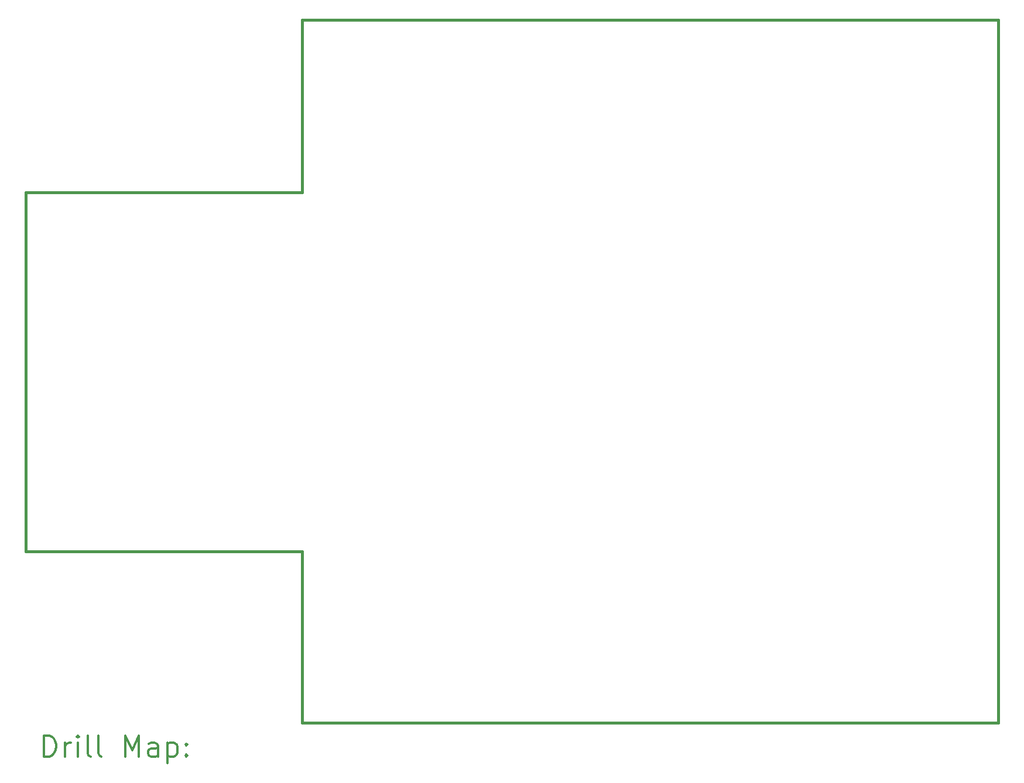
<source format=gbr>
%FSLAX45Y45*%
G04 Gerber Fmt 4.5, Leading zero omitted, Abs format (unit mm)*
G04 Created by KiCad (PCBNEW 5.1.10) date 2021-09-01 18:01:58*
%MOMM*%
%LPD*%
G01*
G04 APERTURE LIST*
%TA.AperFunction,Profile*%
%ADD10C,0.381000*%
%TD*%
%ADD11C,0.200000*%
%ADD12C,0.300000*%
G04 APERTURE END LIST*
D10*
X17018000Y-13481050D02*
X17018000Y-13031216D01*
X6951726Y-13481050D02*
X17018000Y-13481050D01*
X6951726Y-13081000D02*
X6951726Y-13481050D01*
X2951734Y-5797550D02*
X2951734Y-10997438D01*
X17018000Y-3302000D02*
X17018000Y-3702050D01*
X6951726Y-3302000D02*
X17018000Y-3302000D01*
X6951726Y-3702050D02*
X6951726Y-3302000D01*
X17018000Y-13031216D02*
X17018000Y-3702050D01*
X6951726Y-5797550D02*
X6951726Y-3702050D01*
X6951726Y-10997438D02*
X2951734Y-10997438D01*
X2951734Y-5797550D02*
X6951726Y-5797550D01*
X6951726Y-10997438D02*
X6951726Y-13081000D01*
D11*
D12*
X3219112Y-13965814D02*
X3219112Y-13665814D01*
X3290541Y-13665814D01*
X3333398Y-13680100D01*
X3361970Y-13708671D01*
X3376255Y-13737243D01*
X3390541Y-13794386D01*
X3390541Y-13837243D01*
X3376255Y-13894386D01*
X3361970Y-13922957D01*
X3333398Y-13951529D01*
X3290541Y-13965814D01*
X3219112Y-13965814D01*
X3519112Y-13965814D02*
X3519112Y-13765814D01*
X3519112Y-13822957D02*
X3533398Y-13794386D01*
X3547684Y-13780100D01*
X3576255Y-13765814D01*
X3604827Y-13765814D01*
X3704827Y-13965814D02*
X3704827Y-13765814D01*
X3704827Y-13665814D02*
X3690541Y-13680100D01*
X3704827Y-13694386D01*
X3719112Y-13680100D01*
X3704827Y-13665814D01*
X3704827Y-13694386D01*
X3890541Y-13965814D02*
X3861970Y-13951529D01*
X3847684Y-13922957D01*
X3847684Y-13665814D01*
X4047684Y-13965814D02*
X4019112Y-13951529D01*
X4004827Y-13922957D01*
X4004827Y-13665814D01*
X4390541Y-13965814D02*
X4390541Y-13665814D01*
X4490541Y-13880100D01*
X4590541Y-13665814D01*
X4590541Y-13965814D01*
X4861970Y-13965814D02*
X4861970Y-13808671D01*
X4847684Y-13780100D01*
X4819112Y-13765814D01*
X4761970Y-13765814D01*
X4733398Y-13780100D01*
X4861970Y-13951529D02*
X4833398Y-13965814D01*
X4761970Y-13965814D01*
X4733398Y-13951529D01*
X4719112Y-13922957D01*
X4719112Y-13894386D01*
X4733398Y-13865814D01*
X4761970Y-13851529D01*
X4833398Y-13851529D01*
X4861970Y-13837243D01*
X5004827Y-13765814D02*
X5004827Y-14065814D01*
X5004827Y-13780100D02*
X5033398Y-13765814D01*
X5090541Y-13765814D01*
X5119112Y-13780100D01*
X5133398Y-13794386D01*
X5147684Y-13822957D01*
X5147684Y-13908671D01*
X5133398Y-13937243D01*
X5119112Y-13951529D01*
X5090541Y-13965814D01*
X5033398Y-13965814D01*
X5004827Y-13951529D01*
X5276255Y-13937243D02*
X5290541Y-13951529D01*
X5276255Y-13965814D01*
X5261970Y-13951529D01*
X5276255Y-13937243D01*
X5276255Y-13965814D01*
X5276255Y-13780100D02*
X5290541Y-13794386D01*
X5276255Y-13808671D01*
X5261970Y-13794386D01*
X5276255Y-13780100D01*
X5276255Y-13808671D01*
M02*

</source>
